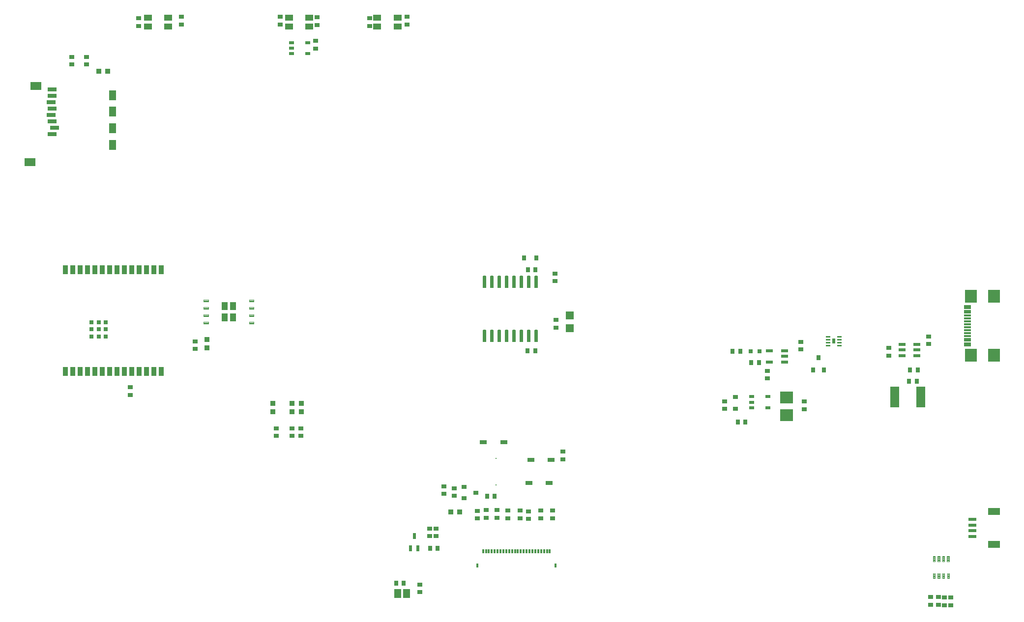
<source format=gbr>
G04 EAGLE Gerber RS-274X export*
G75*
%MOMM*%
%FSLAX34Y34*%
%LPD*%
%INSolderpaste Top*%
%IPPOS*%
%AMOC8*
5,1,8,0,0,1.08239X$1,22.5*%
G01*
G04 Define Apertures*
%ADD10R,1.400000X1.050000*%
%ADD11R,0.900000X0.700000*%
%ADD12R,1.400000X1.400000*%
%ADD13R,0.700000X0.900000*%
%ADD14R,2.200000X2.000000*%
%ADD15R,0.800000X0.800000*%
%ADD16R,1.200000X0.600000*%
%ADD17R,0.940000X0.970000*%
%ADD18R,0.970000X0.940000*%
%ADD19R,0.900000X0.800000*%
%ADD20R,1.150000X0.800000*%
%ADD21R,0.800000X0.900000*%
%ADD22R,0.900000X0.600000*%
%ADD23R,0.300000X0.800000*%
%ADD24R,0.400000X0.800000*%
%ADD25R,1.150000X0.300000*%
%ADD26R,2.000000X2.180000*%
%ADD27R,2.000000X1.200000*%
%ADD28R,1.350000X0.600000*%
%ADD29R,1.200000X1.800000*%
%ADD30R,1.900000X1.400000*%
%ADD31R,1.500000X0.700000*%
%ADD32R,0.127000X0.127000*%
%ADD33R,1.200000X0.550000*%
%ADD34R,1.500000X3.600000*%
%ADD35R,0.500000X1.050000*%
%ADD36C,0.125000*%
%ADD37R,1.168400X1.600200*%
%ADD38R,1.010000X1.460000*%
%ADD39C,0.110000*%
%ADD40R,0.900000X1.500000*%
%ADD41C,0.147500*%
%ADD42R,0.560000X0.820000*%
%ADD43C,0.067500*%
D10*
X503200Y1072090D03*
X468200Y1072090D03*
X468200Y1057090D03*
X503200Y1057090D03*
D11*
X1586852Y60900D03*
X1586852Y73900D03*
X671876Y1073840D03*
X671876Y1060840D03*
D12*
X952300Y537800D03*
X952300Y559800D03*
D13*
X1232500Y497924D03*
X1245500Y497924D03*
X1254200Y375800D03*
X1241200Y375800D03*
D11*
X1356100Y397976D03*
X1356100Y410976D03*
X1573700Y60900D03*
X1573700Y73900D03*
X1350100Y500900D03*
X1350100Y513900D03*
D14*
X1325300Y387900D03*
X1325300Y417900D03*
D11*
X752800Y248500D03*
X752800Y261500D03*
X1570100Y510100D03*
X1570100Y523100D03*
X282900Y1073840D03*
X282900Y1060840D03*
X1501200Y490100D03*
X1501200Y503100D03*
X453324Y1073840D03*
X453324Y1060840D03*
X940100Y311700D03*
X940100Y324700D03*
D13*
X892500Y498200D03*
X879500Y498200D03*
D11*
X119800Y991700D03*
X119800Y1004700D03*
D10*
X655400Y1072090D03*
X620400Y1072090D03*
X620400Y1057090D03*
X655400Y1057090D03*
D15*
X1278700Y497500D03*
X1263700Y497500D03*
D11*
X514100Y1019300D03*
X514100Y1032300D03*
D16*
X1524700Y509300D03*
X1524700Y499800D03*
X1524700Y490300D03*
X1549700Y490300D03*
X1549700Y499800D03*
X1549700Y509300D03*
D17*
X440900Y393100D03*
X440900Y408100D03*
D18*
X747200Y220600D03*
X762200Y220600D03*
X141000Y980600D03*
X156000Y980600D03*
D19*
X1237100Y398200D03*
X1237100Y419200D03*
D20*
X919800Y310600D03*
X884800Y310600D03*
X838200Y340600D03*
X803200Y340600D03*
X881600Y270600D03*
X916600Y270600D03*
D17*
X489500Y393100D03*
X489500Y408100D03*
D21*
X873100Y658700D03*
X894100Y658700D03*
D17*
X473300Y393100D03*
X473300Y408100D03*
X327100Y503100D03*
X327100Y518100D03*
D11*
X922300Y210100D03*
X922300Y223100D03*
X792500Y209300D03*
X792500Y222300D03*
X721976Y179300D03*
X721976Y192300D03*
X710900Y179300D03*
X710900Y192300D03*
X901776Y210100D03*
X901776Y223100D03*
X881200Y208500D03*
X881200Y221500D03*
X866124Y210100D03*
X866124Y223100D03*
X845600Y210100D03*
X845600Y223100D03*
X826800Y210900D03*
X826800Y223900D03*
X807900Y210900D03*
X807900Y223900D03*
D22*
X1265300Y419300D03*
X1265300Y409800D03*
X1265300Y400300D03*
X1293300Y400300D03*
X1293300Y419300D03*
X472900Y1029300D03*
X472900Y1019800D03*
X472900Y1010300D03*
X500900Y1010300D03*
X500900Y1029300D03*
D23*
X917600Y153300D03*
X912600Y153300D03*
X907600Y153300D03*
X902600Y153300D03*
X897600Y153300D03*
X892600Y153300D03*
X887600Y153300D03*
X882600Y153300D03*
X877600Y153300D03*
X872600Y153300D03*
X867600Y153300D03*
X862600Y153300D03*
X857600Y153300D03*
X852600Y153300D03*
X847600Y153300D03*
X842600Y153300D03*
X837600Y153300D03*
X832600Y153300D03*
X827600Y153300D03*
X822600Y153300D03*
X817600Y153300D03*
X812600Y153300D03*
X807600Y153300D03*
X802600Y153300D03*
D24*
X927600Y128300D03*
X792600Y128300D03*
D25*
X1637290Y508100D03*
X1637290Y516100D03*
X1637290Y529100D03*
X1637290Y539100D03*
X1637290Y544100D03*
X1637290Y554100D03*
X1637290Y567100D03*
X1637290Y575100D03*
X1637290Y572100D03*
X1637290Y564100D03*
X1637290Y559100D03*
X1637290Y549100D03*
X1637290Y534100D03*
X1637290Y524100D03*
X1637290Y519100D03*
X1637290Y511100D03*
D26*
X1682340Y490500D03*
X1682340Y592700D03*
X1643040Y490500D03*
X1643040Y592700D03*
D27*
X1682340Y165200D03*
X1682340Y221200D03*
D28*
X1645590Y178200D03*
X1645590Y188200D03*
X1645590Y198200D03*
X1645590Y208200D03*
D29*
X164660Y853500D03*
X164660Y910500D03*
D30*
X22160Y823500D03*
X32160Y955000D03*
D31*
X60660Y871500D03*
X64660Y882500D03*
X60660Y893500D03*
X58660Y904500D03*
X60660Y915500D03*
X58660Y926500D03*
X60660Y937500D03*
X60660Y948500D03*
D29*
X164660Y882000D03*
X164660Y939000D03*
D32*
X824700Y313360D03*
X824700Y267640D03*
D33*
X1321801Y479300D03*
X1321801Y488800D03*
X1321801Y498300D03*
X1295799Y498300D03*
X1295799Y479300D03*
D34*
X1511600Y418800D03*
X1556600Y418800D03*
D21*
X1370900Y465600D03*
X1389900Y465600D03*
X1380400Y486600D03*
D19*
X769600Y263624D03*
X769600Y244624D03*
X790600Y254124D03*
D35*
X677600Y158200D03*
X690600Y158200D03*
X684100Y179200D03*
D11*
X194900Y435500D03*
X194900Y422500D03*
X1607900Y60100D03*
X1607900Y73100D03*
X928000Y538500D03*
X928000Y551500D03*
X488500Y351700D03*
X488500Y364700D03*
D13*
X1264700Y477924D03*
X1277700Y477924D03*
D11*
X1218700Y398500D03*
X1218700Y411500D03*
X694100Y82500D03*
X694100Y95500D03*
X1597376Y60100D03*
X1597376Y73100D03*
X926400Y618500D03*
X926400Y631500D03*
D13*
X1538000Y465800D03*
X1551000Y465800D03*
X1536400Y445800D03*
X1549400Y445800D03*
D11*
X1292300Y450900D03*
X1292300Y463900D03*
D13*
X652800Y98200D03*
X665800Y98200D03*
X711200Y158200D03*
X724200Y158200D03*
D11*
X306900Y501700D03*
X306900Y514700D03*
X446100Y351700D03*
X446100Y364700D03*
X735300Y251700D03*
X735300Y264700D03*
X94500Y991700D03*
X94500Y1004700D03*
X473700Y351700D03*
X473700Y364700D03*
D10*
X260300Y1072090D03*
X225300Y1072090D03*
X225300Y1057090D03*
X260300Y1057090D03*
D11*
X516800Y1073100D03*
X516800Y1060100D03*
D13*
X892900Y638176D03*
X879900Y638176D03*
D11*
X607376Y1071500D03*
X607376Y1058500D03*
D13*
X822600Y247400D03*
X809600Y247400D03*
D11*
X209600Y1071500D03*
X209600Y1058500D03*
D36*
X1581375Y144335D02*
X1581375Y135425D01*
X1577625Y135425D01*
X1577625Y144335D01*
X1581375Y144335D01*
X1581375Y136612D02*
X1577625Y136612D01*
X1577625Y137799D02*
X1581375Y137799D01*
X1581375Y138986D02*
X1577625Y138986D01*
X1577625Y140173D02*
X1581375Y140173D01*
X1581375Y141360D02*
X1577625Y141360D01*
X1577625Y142547D02*
X1581375Y142547D01*
X1581375Y143734D02*
X1577625Y143734D01*
X1589375Y144335D02*
X1589375Y135425D01*
X1585625Y135425D01*
X1585625Y144335D01*
X1589375Y144335D01*
X1589375Y136612D02*
X1585625Y136612D01*
X1585625Y137799D02*
X1589375Y137799D01*
X1589375Y138986D02*
X1585625Y138986D01*
X1585625Y140173D02*
X1589375Y140173D01*
X1589375Y141360D02*
X1585625Y141360D01*
X1585625Y142547D02*
X1589375Y142547D01*
X1589375Y143734D02*
X1585625Y143734D01*
X1597375Y144335D02*
X1597375Y135425D01*
X1593625Y135425D01*
X1593625Y144335D01*
X1597375Y144335D01*
X1597375Y136612D02*
X1593625Y136612D01*
X1593625Y137799D02*
X1597375Y137799D01*
X1597375Y138986D02*
X1593625Y138986D01*
X1593625Y140173D02*
X1597375Y140173D01*
X1597375Y141360D02*
X1593625Y141360D01*
X1593625Y142547D02*
X1597375Y142547D01*
X1597375Y143734D02*
X1593625Y143734D01*
X1605375Y144335D02*
X1605375Y135425D01*
X1601625Y135425D01*
X1601625Y144335D01*
X1605375Y144335D01*
X1605375Y136612D02*
X1601625Y136612D01*
X1601625Y137799D02*
X1605375Y137799D01*
X1605375Y138986D02*
X1601625Y138986D01*
X1601625Y140173D02*
X1605375Y140173D01*
X1605375Y141360D02*
X1601625Y141360D01*
X1601625Y142547D02*
X1605375Y142547D01*
X1605375Y143734D02*
X1601625Y143734D01*
X1605575Y115175D02*
X1605575Y106265D01*
X1601825Y106265D01*
X1601825Y115175D01*
X1605575Y115175D01*
X1605575Y107452D02*
X1601825Y107452D01*
X1601825Y108639D02*
X1605575Y108639D01*
X1605575Y109826D02*
X1601825Y109826D01*
X1601825Y111013D02*
X1605575Y111013D01*
X1605575Y112200D02*
X1601825Y112200D01*
X1601825Y113387D02*
X1605575Y113387D01*
X1605575Y114574D02*
X1601825Y114574D01*
X1597375Y115175D02*
X1597375Y106265D01*
X1593625Y106265D01*
X1593625Y115175D01*
X1597375Y115175D01*
X1597375Y107452D02*
X1593625Y107452D01*
X1593625Y108639D02*
X1597375Y108639D01*
X1597375Y109826D02*
X1593625Y109826D01*
X1593625Y111013D02*
X1597375Y111013D01*
X1597375Y112200D02*
X1593625Y112200D01*
X1593625Y113387D02*
X1597375Y113387D01*
X1597375Y114574D02*
X1593625Y114574D01*
X1589375Y115175D02*
X1589375Y106265D01*
X1585625Y106265D01*
X1585625Y115175D01*
X1589375Y115175D01*
X1589375Y107452D02*
X1585625Y107452D01*
X1585625Y108639D02*
X1589375Y108639D01*
X1589375Y109826D02*
X1585625Y109826D01*
X1585625Y111013D02*
X1589375Y111013D01*
X1589375Y112200D02*
X1585625Y112200D01*
X1585625Y113387D02*
X1589375Y113387D01*
X1589375Y114574D02*
X1585625Y114574D01*
X1581375Y115175D02*
X1581375Y106265D01*
X1577625Y106265D01*
X1577625Y115175D01*
X1581375Y115175D01*
X1581375Y107452D02*
X1577625Y107452D01*
X1577625Y108639D02*
X1581375Y108639D01*
X1581375Y109826D02*
X1577625Y109826D01*
X1577625Y111013D02*
X1581375Y111013D01*
X1581375Y112200D02*
X1577625Y112200D01*
X1577625Y113387D02*
X1581375Y113387D01*
X1581375Y114574D02*
X1577625Y114574D01*
D37*
X655980Y79800D03*
X671220Y79800D03*
D38*
X357350Y575200D03*
X372050Y575200D03*
X357350Y556000D03*
X372050Y556000D03*
D39*
X329900Y583000D02*
X321600Y583000D01*
X321600Y586300D01*
X329900Y586300D01*
X329900Y583000D01*
X329900Y584045D02*
X321600Y584045D01*
X321600Y585090D02*
X329900Y585090D01*
X329900Y586135D02*
X321600Y586135D01*
X321600Y570300D02*
X329900Y570300D01*
X321600Y570300D02*
X321600Y573600D01*
X329900Y573600D01*
X329900Y570300D01*
X329900Y571345D02*
X321600Y571345D01*
X321600Y572390D02*
X329900Y572390D01*
X329900Y573435D02*
X321600Y573435D01*
X321600Y557600D02*
X329900Y557600D01*
X321600Y557600D02*
X321600Y560900D01*
X329900Y560900D01*
X329900Y557600D01*
X329900Y558645D02*
X321600Y558645D01*
X321600Y559690D02*
X329900Y559690D01*
X329900Y560735D02*
X321600Y560735D01*
X321600Y544900D02*
X329900Y544900D01*
X321600Y544900D02*
X321600Y548200D01*
X329900Y548200D01*
X329900Y544900D01*
X329900Y545945D02*
X321600Y545945D01*
X321600Y546990D02*
X329900Y546990D01*
X329900Y548035D02*
X321600Y548035D01*
X399500Y544900D02*
X407800Y544900D01*
X399500Y544900D02*
X399500Y548200D01*
X407800Y548200D01*
X407800Y544900D01*
X407800Y545945D02*
X399500Y545945D01*
X399500Y546990D02*
X407800Y546990D01*
X407800Y548035D02*
X399500Y548035D01*
X399500Y557600D02*
X407800Y557600D01*
X399500Y557600D02*
X399500Y560900D01*
X407800Y560900D01*
X407800Y557600D01*
X407800Y558645D02*
X399500Y558645D01*
X399500Y559690D02*
X407800Y559690D01*
X407800Y560735D02*
X399500Y560735D01*
X399500Y570300D02*
X407800Y570300D01*
X399500Y570300D02*
X399500Y573600D01*
X407800Y573600D01*
X407800Y570300D01*
X407800Y571345D02*
X399500Y571345D01*
X399500Y572390D02*
X407800Y572390D01*
X407800Y573435D02*
X399500Y573435D01*
X399500Y583000D02*
X407800Y583000D01*
X399500Y583000D02*
X399500Y586300D01*
X407800Y586300D01*
X407800Y583000D01*
X407800Y584045D02*
X399500Y584045D01*
X399500Y585090D02*
X407800Y585090D01*
X407800Y586135D02*
X399500Y586135D01*
D40*
X83400Y462900D03*
X96100Y462900D03*
X108800Y462900D03*
X121500Y462900D03*
X134200Y462900D03*
X146900Y462900D03*
X159600Y462900D03*
X172300Y462900D03*
X185000Y462900D03*
X197700Y462900D03*
X210400Y462900D03*
X223100Y462900D03*
X235800Y462900D03*
X248500Y462900D03*
X248500Y637900D03*
X235800Y637900D03*
X223100Y637900D03*
X210400Y637900D03*
X197700Y637900D03*
X185000Y637900D03*
X172300Y637900D03*
X159600Y637900D03*
X146900Y637900D03*
X134200Y637900D03*
X121500Y637900D03*
X108800Y637900D03*
X96100Y637900D03*
X83400Y637900D03*
D15*
X140600Y535350D03*
X128100Y522850D03*
X128100Y535350D03*
X128100Y547850D03*
X140600Y522850D03*
X140600Y547850D03*
X153100Y522850D03*
X153100Y535350D03*
X153100Y547850D03*
D41*
X891737Y608037D02*
X891737Y627063D01*
X896163Y627063D01*
X896163Y608037D01*
X891737Y608037D01*
X891737Y609438D02*
X896163Y609438D01*
X896163Y610839D02*
X891737Y610839D01*
X891737Y612240D02*
X896163Y612240D01*
X896163Y613641D02*
X891737Y613641D01*
X891737Y615042D02*
X896163Y615042D01*
X896163Y616443D02*
X891737Y616443D01*
X891737Y617844D02*
X896163Y617844D01*
X896163Y619245D02*
X891737Y619245D01*
X891737Y620646D02*
X896163Y620646D01*
X896163Y622047D02*
X891737Y622047D01*
X891737Y623448D02*
X896163Y623448D01*
X896163Y624849D02*
X891737Y624849D01*
X891737Y626250D02*
X896163Y626250D01*
X879037Y627063D02*
X879037Y608037D01*
X879037Y627063D02*
X883463Y627063D01*
X883463Y608037D01*
X879037Y608037D01*
X879037Y609438D02*
X883463Y609438D01*
X883463Y610839D02*
X879037Y610839D01*
X879037Y612240D02*
X883463Y612240D01*
X883463Y613641D02*
X879037Y613641D01*
X879037Y615042D02*
X883463Y615042D01*
X883463Y616443D02*
X879037Y616443D01*
X879037Y617844D02*
X883463Y617844D01*
X883463Y619245D02*
X879037Y619245D01*
X879037Y620646D02*
X883463Y620646D01*
X883463Y622047D02*
X879037Y622047D01*
X879037Y623448D02*
X883463Y623448D01*
X883463Y624849D02*
X879037Y624849D01*
X879037Y626250D02*
X883463Y626250D01*
X866337Y627063D02*
X866337Y608037D01*
X866337Y627063D02*
X870763Y627063D01*
X870763Y608037D01*
X866337Y608037D01*
X866337Y609438D02*
X870763Y609438D01*
X870763Y610839D02*
X866337Y610839D01*
X866337Y612240D02*
X870763Y612240D01*
X870763Y613641D02*
X866337Y613641D01*
X866337Y615042D02*
X870763Y615042D01*
X870763Y616443D02*
X866337Y616443D01*
X866337Y617844D02*
X870763Y617844D01*
X870763Y619245D02*
X866337Y619245D01*
X866337Y620646D02*
X870763Y620646D01*
X870763Y622047D02*
X866337Y622047D01*
X866337Y623448D02*
X870763Y623448D01*
X870763Y624849D02*
X866337Y624849D01*
X866337Y626250D02*
X870763Y626250D01*
X853637Y627063D02*
X853637Y608037D01*
X853637Y627063D02*
X858063Y627063D01*
X858063Y608037D01*
X853637Y608037D01*
X853637Y609438D02*
X858063Y609438D01*
X858063Y610839D02*
X853637Y610839D01*
X853637Y612240D02*
X858063Y612240D01*
X858063Y613641D02*
X853637Y613641D01*
X853637Y615042D02*
X858063Y615042D01*
X858063Y616443D02*
X853637Y616443D01*
X853637Y617844D02*
X858063Y617844D01*
X858063Y619245D02*
X853637Y619245D01*
X853637Y620646D02*
X858063Y620646D01*
X858063Y622047D02*
X853637Y622047D01*
X853637Y623448D02*
X858063Y623448D01*
X858063Y624849D02*
X853637Y624849D01*
X853637Y626250D02*
X858063Y626250D01*
X840937Y627063D02*
X840937Y608037D01*
X840937Y627063D02*
X845363Y627063D01*
X845363Y608037D01*
X840937Y608037D01*
X840937Y609438D02*
X845363Y609438D01*
X845363Y610839D02*
X840937Y610839D01*
X840937Y612240D02*
X845363Y612240D01*
X845363Y613641D02*
X840937Y613641D01*
X840937Y615042D02*
X845363Y615042D01*
X845363Y616443D02*
X840937Y616443D01*
X840937Y617844D02*
X845363Y617844D01*
X845363Y619245D02*
X840937Y619245D01*
X840937Y620646D02*
X845363Y620646D01*
X845363Y622047D02*
X840937Y622047D01*
X840937Y623448D02*
X845363Y623448D01*
X845363Y624849D02*
X840937Y624849D01*
X840937Y626250D02*
X845363Y626250D01*
X828237Y627063D02*
X828237Y608037D01*
X828237Y627063D02*
X832663Y627063D01*
X832663Y608037D01*
X828237Y608037D01*
X828237Y609438D02*
X832663Y609438D01*
X832663Y610839D02*
X828237Y610839D01*
X828237Y612240D02*
X832663Y612240D01*
X832663Y613641D02*
X828237Y613641D01*
X828237Y615042D02*
X832663Y615042D01*
X832663Y616443D02*
X828237Y616443D01*
X828237Y617844D02*
X832663Y617844D01*
X832663Y619245D02*
X828237Y619245D01*
X828237Y620646D02*
X832663Y620646D01*
X832663Y622047D02*
X828237Y622047D01*
X828237Y623448D02*
X832663Y623448D01*
X832663Y624849D02*
X828237Y624849D01*
X828237Y626250D02*
X832663Y626250D01*
X815537Y627063D02*
X815537Y608037D01*
X815537Y627063D02*
X819963Y627063D01*
X819963Y608037D01*
X815537Y608037D01*
X815537Y609438D02*
X819963Y609438D01*
X819963Y610839D02*
X815537Y610839D01*
X815537Y612240D02*
X819963Y612240D01*
X819963Y613641D02*
X815537Y613641D01*
X815537Y615042D02*
X819963Y615042D01*
X819963Y616443D02*
X815537Y616443D01*
X815537Y617844D02*
X819963Y617844D01*
X819963Y619245D02*
X815537Y619245D01*
X815537Y620646D02*
X819963Y620646D01*
X819963Y622047D02*
X815537Y622047D01*
X815537Y623448D02*
X819963Y623448D01*
X819963Y624849D02*
X815537Y624849D01*
X815537Y626250D02*
X819963Y626250D01*
X802837Y627063D02*
X802837Y608037D01*
X802837Y627063D02*
X807263Y627063D01*
X807263Y608037D01*
X802837Y608037D01*
X802837Y609438D02*
X807263Y609438D01*
X807263Y610839D02*
X802837Y610839D01*
X802837Y612240D02*
X807263Y612240D01*
X807263Y613641D02*
X802837Y613641D01*
X802837Y615042D02*
X807263Y615042D01*
X807263Y616443D02*
X802837Y616443D01*
X802837Y617844D02*
X807263Y617844D01*
X807263Y619245D02*
X802837Y619245D01*
X802837Y620646D02*
X807263Y620646D01*
X807263Y622047D02*
X802837Y622047D01*
X802837Y623448D02*
X807263Y623448D01*
X807263Y624849D02*
X802837Y624849D01*
X802837Y626250D02*
X807263Y626250D01*
X802837Y533963D02*
X802837Y514937D01*
X802837Y533963D02*
X807263Y533963D01*
X807263Y514937D01*
X802837Y514937D01*
X802837Y516338D02*
X807263Y516338D01*
X807263Y517739D02*
X802837Y517739D01*
X802837Y519140D02*
X807263Y519140D01*
X807263Y520541D02*
X802837Y520541D01*
X802837Y521942D02*
X807263Y521942D01*
X807263Y523343D02*
X802837Y523343D01*
X802837Y524744D02*
X807263Y524744D01*
X807263Y526145D02*
X802837Y526145D01*
X802837Y527546D02*
X807263Y527546D01*
X807263Y528947D02*
X802837Y528947D01*
X802837Y530348D02*
X807263Y530348D01*
X807263Y531749D02*
X802837Y531749D01*
X802837Y533150D02*
X807263Y533150D01*
X815537Y533963D02*
X815537Y514937D01*
X815537Y533963D02*
X819963Y533963D01*
X819963Y514937D01*
X815537Y514937D01*
X815537Y516338D02*
X819963Y516338D01*
X819963Y517739D02*
X815537Y517739D01*
X815537Y519140D02*
X819963Y519140D01*
X819963Y520541D02*
X815537Y520541D01*
X815537Y521942D02*
X819963Y521942D01*
X819963Y523343D02*
X815537Y523343D01*
X815537Y524744D02*
X819963Y524744D01*
X819963Y526145D02*
X815537Y526145D01*
X815537Y527546D02*
X819963Y527546D01*
X819963Y528947D02*
X815537Y528947D01*
X815537Y530348D02*
X819963Y530348D01*
X819963Y531749D02*
X815537Y531749D01*
X815537Y533150D02*
X819963Y533150D01*
X828237Y533963D02*
X828237Y514937D01*
X828237Y533963D02*
X832663Y533963D01*
X832663Y514937D01*
X828237Y514937D01*
X828237Y516338D02*
X832663Y516338D01*
X832663Y517739D02*
X828237Y517739D01*
X828237Y519140D02*
X832663Y519140D01*
X832663Y520541D02*
X828237Y520541D01*
X828237Y521942D02*
X832663Y521942D01*
X832663Y523343D02*
X828237Y523343D01*
X828237Y524744D02*
X832663Y524744D01*
X832663Y526145D02*
X828237Y526145D01*
X828237Y527546D02*
X832663Y527546D01*
X832663Y528947D02*
X828237Y528947D01*
X828237Y530348D02*
X832663Y530348D01*
X832663Y531749D02*
X828237Y531749D01*
X828237Y533150D02*
X832663Y533150D01*
X840937Y533963D02*
X840937Y514937D01*
X840937Y533963D02*
X845363Y533963D01*
X845363Y514937D01*
X840937Y514937D01*
X840937Y516338D02*
X845363Y516338D01*
X845363Y517739D02*
X840937Y517739D01*
X840937Y519140D02*
X845363Y519140D01*
X845363Y520541D02*
X840937Y520541D01*
X840937Y521942D02*
X845363Y521942D01*
X845363Y523343D02*
X840937Y523343D01*
X840937Y524744D02*
X845363Y524744D01*
X845363Y526145D02*
X840937Y526145D01*
X840937Y527546D02*
X845363Y527546D01*
X845363Y528947D02*
X840937Y528947D01*
X840937Y530348D02*
X845363Y530348D01*
X845363Y531749D02*
X840937Y531749D01*
X840937Y533150D02*
X845363Y533150D01*
X853637Y533963D02*
X853637Y514937D01*
X853637Y533963D02*
X858063Y533963D01*
X858063Y514937D01*
X853637Y514937D01*
X853637Y516338D02*
X858063Y516338D01*
X858063Y517739D02*
X853637Y517739D01*
X853637Y519140D02*
X858063Y519140D01*
X858063Y520541D02*
X853637Y520541D01*
X853637Y521942D02*
X858063Y521942D01*
X858063Y523343D02*
X853637Y523343D01*
X853637Y524744D02*
X858063Y524744D01*
X858063Y526145D02*
X853637Y526145D01*
X853637Y527546D02*
X858063Y527546D01*
X858063Y528947D02*
X853637Y528947D01*
X853637Y530348D02*
X858063Y530348D01*
X858063Y531749D02*
X853637Y531749D01*
X853637Y533150D02*
X858063Y533150D01*
X866337Y533963D02*
X866337Y514937D01*
X866337Y533963D02*
X870763Y533963D01*
X870763Y514937D01*
X866337Y514937D01*
X866337Y516338D02*
X870763Y516338D01*
X870763Y517739D02*
X866337Y517739D01*
X866337Y519140D02*
X870763Y519140D01*
X870763Y520541D02*
X866337Y520541D01*
X866337Y521942D02*
X870763Y521942D01*
X870763Y523343D02*
X866337Y523343D01*
X866337Y524744D02*
X870763Y524744D01*
X870763Y526145D02*
X866337Y526145D01*
X866337Y527546D02*
X870763Y527546D01*
X870763Y528947D02*
X866337Y528947D01*
X866337Y530348D02*
X870763Y530348D01*
X870763Y531749D02*
X866337Y531749D01*
X866337Y533150D02*
X870763Y533150D01*
X879037Y533963D02*
X879037Y514937D01*
X879037Y533963D02*
X883463Y533963D01*
X883463Y514937D01*
X879037Y514937D01*
X879037Y516338D02*
X883463Y516338D01*
X883463Y517739D02*
X879037Y517739D01*
X879037Y519140D02*
X883463Y519140D01*
X883463Y520541D02*
X879037Y520541D01*
X879037Y521942D02*
X883463Y521942D01*
X883463Y523343D02*
X879037Y523343D01*
X879037Y524744D02*
X883463Y524744D01*
X883463Y526145D02*
X879037Y526145D01*
X879037Y527546D02*
X883463Y527546D01*
X883463Y528947D02*
X879037Y528947D01*
X879037Y530348D02*
X883463Y530348D01*
X883463Y531749D02*
X879037Y531749D01*
X879037Y533150D02*
X883463Y533150D01*
X891737Y533963D02*
X891737Y514937D01*
X891737Y533963D02*
X896163Y533963D01*
X896163Y514937D01*
X891737Y514937D01*
X891737Y516338D02*
X896163Y516338D01*
X896163Y517739D02*
X891737Y517739D01*
X891737Y519140D02*
X896163Y519140D01*
X896163Y520541D02*
X891737Y520541D01*
X891737Y521942D02*
X896163Y521942D01*
X896163Y523343D02*
X891737Y523343D01*
X891737Y524744D02*
X896163Y524744D01*
X896163Y526145D02*
X891737Y526145D01*
X891737Y527546D02*
X896163Y527546D01*
X896163Y528947D02*
X891737Y528947D01*
X891737Y530348D02*
X896163Y530348D01*
X896163Y531749D02*
X891737Y531749D01*
X891737Y533150D02*
X896163Y533150D01*
D42*
X1406400Y515300D03*
D43*
X1400013Y521787D02*
X1393087Y521787D01*
X1393087Y523813D01*
X1400013Y523813D01*
X1400013Y521787D01*
X1400013Y522428D02*
X1393087Y522428D01*
X1393087Y523069D02*
X1400013Y523069D01*
X1400013Y523710D02*
X1393087Y523710D01*
X1393087Y516787D02*
X1400013Y516787D01*
X1393087Y516787D02*
X1393087Y518813D01*
X1400013Y518813D01*
X1400013Y516787D01*
X1400013Y517428D02*
X1393087Y517428D01*
X1393087Y518069D02*
X1400013Y518069D01*
X1400013Y518710D02*
X1393087Y518710D01*
X1393087Y511787D02*
X1400013Y511787D01*
X1393087Y511787D02*
X1393087Y513813D01*
X1400013Y513813D01*
X1400013Y511787D01*
X1400013Y512428D02*
X1393087Y512428D01*
X1393087Y513069D02*
X1400013Y513069D01*
X1400013Y513710D02*
X1393087Y513710D01*
X1393087Y506787D02*
X1400013Y506787D01*
X1393087Y506787D02*
X1393087Y508813D01*
X1400013Y508813D01*
X1400013Y506787D01*
X1400013Y507428D02*
X1393087Y507428D01*
X1393087Y508069D02*
X1400013Y508069D01*
X1400013Y508710D02*
X1393087Y508710D01*
X1412787Y506787D02*
X1419713Y506787D01*
X1412787Y506787D02*
X1412787Y508813D01*
X1419713Y508813D01*
X1419713Y506787D01*
X1419713Y507428D02*
X1412787Y507428D01*
X1412787Y508069D02*
X1419713Y508069D01*
X1419713Y508710D02*
X1412787Y508710D01*
X1412787Y511787D02*
X1419713Y511787D01*
X1412787Y511787D02*
X1412787Y513813D01*
X1419713Y513813D01*
X1419713Y511787D01*
X1419713Y512428D02*
X1412787Y512428D01*
X1412787Y513069D02*
X1419713Y513069D01*
X1419713Y513710D02*
X1412787Y513710D01*
X1412787Y516787D02*
X1419713Y516787D01*
X1412787Y516787D02*
X1412787Y518813D01*
X1419713Y518813D01*
X1419713Y516787D01*
X1419713Y517428D02*
X1412787Y517428D01*
X1412787Y518069D02*
X1419713Y518069D01*
X1419713Y518710D02*
X1412787Y518710D01*
X1412787Y521787D02*
X1419713Y521787D01*
X1412787Y521787D02*
X1412787Y523813D01*
X1419713Y523813D01*
X1419713Y521787D01*
X1419713Y522428D02*
X1412787Y522428D01*
X1412787Y523069D02*
X1419713Y523069D01*
X1419713Y523710D02*
X1412787Y523710D01*
M02*

</source>
